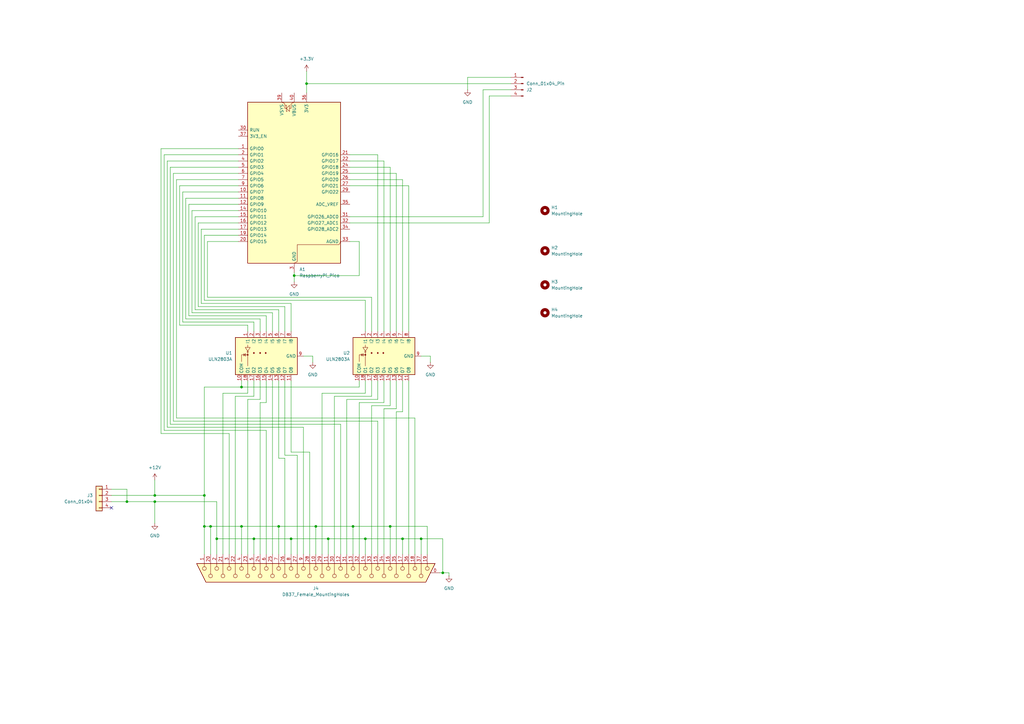
<source format=kicad_sch>
(kicad_sch (version 20250114) (generator "eeschema") (generator_version "9.0")
  (paper "A3")
  (lib_symbols
    (symbol "Connector:Conn_01x04_Pin" (pin_names (offset 1.016) (hide yes))
      (property "Reference" "J" (at 0 5.08 0))
      (property "Value" "Conn_01x04_Pin" (at 0 -7.62 0))
      (symbol "Conn_01x04_Pin_1_1"
        (rectangle (start 0.8636 2.667) (end 0 2.413) (stroke (width 0.1524)) (fill (type outline)))
        (rectangle (start 0.8636 0.127) (end 0 -0.127) (stroke (width 0.1524)) (fill (type outline)))
        (rectangle (start 0.8636 -2.413) (end 0 -2.667) (stroke (width 0.1524)) (fill (type outline)))
        (rectangle (start 0.8636 -4.953) (end 0 -5.207) (stroke (width 0.1524)) (fill (type outline)))
        (polyline (pts (xy 1.27 2.54) (xy 0.8636 2.54)) (stroke (width 0.1524)))
        (polyline (pts (xy 1.27 0) (xy 0.8636 0)) (stroke (width 0.1524)))
        (polyline (pts (xy 1.27 -2.54) (xy 0.8636 -2.54)) (stroke (width 0.1524)))
        (polyline (pts (xy 1.27 -5.08) (xy 0.8636 -5.08)) (stroke (width 0.1524)))
        (pin passive line (at 5.08 2.54 180) (length 3.81) (name "Pin_1") (number "1"))
        (pin passive line (at 5.08 0 180) (length 3.81) (name "Pin_2") (number "2"))
        (pin passive line (at 5.08 -2.54 180) (length 3.81) (name "Pin_3") (number "3"))
        (pin passive line (at 5.08 -5.08 180) (length 3.81) (name "Pin_4") (number "4"))
      )
    )
    (symbol "Connector_Generic:Conn_01x04" (pin_names (offset 1.016) (hide yes))
      (property "Reference" "J" (at 0 5.08 0))
      (property "Value" "Conn_01x04" (at 0 -7.62 0))
      (symbol "Conn_01x04_1_1"
        (rectangle (start -1.27 3.81) (end 1.27 -6.35) (stroke (width 0.254)) (fill (type background)))
        (rectangle (start -1.27 2.667) (end 0 2.413) (stroke (width 0.1524)))
        (rectangle (start -1.27 0.127) (end 0 -0.127) (stroke (width 0.1524)))
        (rectangle (start -1.27 -2.413) (end 0 -2.667) (stroke (width 0.1524)))
        (rectangle (start -1.27 -4.953) (end 0 -5.207) (stroke (width 0.1524)))
        (pin passive line (at -5.08 2.54 0) (length 3.81) (name "Pin_1") (number "1"))
        (pin passive line (at -5.08 0 0) (length 3.81) (name "Pin_2") (number "2"))
        (pin passive line (at -5.08 -2.54 0) (length 3.81) (name "Pin_3") (number "3"))
        (pin passive line (at -5.08 -5.08 0) (length 3.81) (name "Pin_4") (number "4"))
      )
    )
    (symbol "MCU_Module:RaspberryPi_Pico" (pin_names (offset 0.762))
      (property "Reference" "A" (at -19.05 35.56 0))
      (property "Value" "RaspberryPi_Pico" (at 7.62 35.56 0))
      (symbol "RaspberryPi_Pico_0_1"
        (rectangle (start -19.05 34.29) (end 19.05 -31.75) (stroke (width 0.254)) (fill (type background)))
        (polyline (pts (xy -5.08 34.29) (xy -3.81 33.655) (xy -3.81 31.75) (xy -3.175 31.75)))
        (polyline (pts (xy -3.429 32.766) (xy -3.429 33.02) (xy -3.175 33.02) (xy -3.175 30.48) (xy -2.921 30.48) (xy -2.921 30.734)))
        (polyline (pts (xy -3.175 31.75) (xy -1.905 33.02) (xy -1.905 30.48) (xy -3.175 31.75)))
        (polyline (pts (xy 0 34.29) (xy -1.27 33.655) (xy -1.27 31.75) (xy -1.905 31.75)))
        (polyline (pts (xy 0 -31.75) (xy 1.27 -31.115) (xy 1.27 -24.13) (xy 18.415 -24.13) (xy 19.05 -22.86)))
      )
      (symbol "RaspberryPi_Pico_1_1"
        (pin passive line (at -22.86 22.86 0) (length 3.81) (name "RUN") (number "30"))
        (pin passive line (at -22.86 20.32 0) (length 3.81) (name "3V3_EN") (number "37"))
        (pin bidirectional line (at -22.86 15.24 0) (length 3.81) (name "GPIO0") (number "1"))
        (pin bidirectional line (at -22.86 12.7 0) (length 3.81) (name "GPIO1") (number "2"))
        (pin bidirectional line (at -22.86 10.16 0) (length 3.81) (name "GPIO2") (number "4"))
        (pin bidirectional line (at -22.86 7.62 0) (length 3.81) (name "GPIO3") (number "5"))
        (pin bidirectional line (at -22.86 5.08 0) (length 3.81) (name "GPIO4") (number "6"))
        (pin bidirectional line (at -22.86 2.54 0) (length 3.81) (name "GPIO5") (number "7"))
        (pin bidirectional line (at -22.86 0 0) (length 3.81) (name "GPIO6") (number "9"))
        (pin bidirectional line (at -22.86 -2.54 0) (length 3.81) (name "GPIO7") (number "10"))
        (pin bidirectional line (at -22.86 -5.08 0) (length 3.81) (name "GPIO8") (number "11"))
        (pin bidirectional line (at -22.86 -7.62 0) (length 3.81) (name "GPIO9") (number "12"))
        (pin bidirectional line (at -22.86 -10.16 0) (length 3.81) (name "GPIO10") (number "14"))
        (pin bidirectional line (at -22.86 -12.7 0) (length 3.81) (name "GPIO11") (number "15"))
        (pin bidirectional line (at -22.86 -15.24 0) (length 3.81) (name "GPIO12") (number "16"))
        (pin bidirectional line (at -22.86 -17.78 0) (length 3.81) (name "GPIO13") (number "17"))
        (pin bidirectional line (at -22.86 -20.32 0) (length 3.81) (name "GPIO14") (number "19"))
        (pin bidirectional line (at -22.86 -22.86 0) (length 3.81) (name "GPIO15") (number "20"))
        (pin power_in line (at -5.08 38.1 270) (length 3.81) (name "VSYS") (number "39"))
        (pin power_out line (at 0 38.1 270) (length 3.81) (name "VBUS") (number "40"))
        (pin passive line (at 0 -35.56 90) (length 3.81) (hide yes) (name "GND") (number "13"))
        (pin passive line (at 0 -35.56 90) (length 3.81) (hide yes) (name "GND") (number "18"))
        (pin passive line (at 0 -35.56 90) (length 3.81) (hide yes) (name "GND") (number "23"))
        (pin passive line (at 0 -35.56 90) (length 3.81) (hide yes) (name "GND") (number "28"))
        (pin power_out line (at 0 -35.56 90) (length 3.81) (name "GND") (number "3"))
        (pin passive line (at 0 -35.56 90) (length 3.81) (hide yes) (name "GND") (number "38"))
        (pin passive line (at 0 -35.56 90) (length 3.81) (hide yes) (name "GND") (number "8"))
        (pin power_out line (at 5.08 38.1 270) (length 3.81) (name "3V3") (number "36"))
        (pin bidirectional line (at 22.86 12.7 180) (length 3.81) (name "GPIO16") (number "21"))
        (pin bidirectional line (at 22.86 10.16 180) (length 3.81) (name "GPIO17") (number "22"))
        (pin bidirectional line (at 22.86 7.62 180) (length 3.81) (name "GPIO18") (number "24"))
        (pin bidirectional line (at 22.86 5.08 180) (length 3.81) (name "GPIO19") (number "25"))
        (pin bidirectional line (at 22.86 2.54 180) (length 3.81) (name "GPIO20") (number "26"))
        (pin bidirectional line (at 22.86 0 180) (length 3.81) (name "GPIO21") (number "27"))
        (pin bidirectional line (at 22.86 -2.54 180) (length 3.81) (name "GPIO22") (number "29"))
        (pin power_in line (at 22.86 -7.62 180) (length 3.81) (name "ADC_VREF") (number "35"))
        (pin bidirectional line (at 22.86 -12.7 180) (length 3.81) (name "GPIO26_ADC0") (number "31"))
        (pin bidirectional line (at 22.86 -15.24 180) (length 3.81) (name "GPIO27_ADC1") (number "32"))
        (pin bidirectional line (at 22.86 -17.78 180) (length 3.81) (name "GPIO28_ADC2") (number "34"))
        (pin power_out line (at 22.86 -22.86 180) (length 3.81) (name "AGND") (number "33"))
      )
    )
    (symbol "Mechanical:MountingHole" (pin_names (offset 1.016)) (in_bom no)
      (property "Reference" "H" (at 0 5.08 0))
      (property "Value" "MountingHole" (at 0 3.175 0))
      (symbol "MountingHole_0_1"
        (circle (center 0 0) (radius 1.27) (stroke (width 1.27)))
      )
    )
    (symbol "Transistor_Array:ULN2803A"
      (property "Reference" "U" (at 0 13.335 0))
      (property "Value" "ULN2803A" (at 0 11.43 0))
      (symbol "ULN2803A_0_1"
        (rectangle (start -7.62 -15.24) (end 7.62 10.16) (stroke (width 0.254)) (fill (type background)))
        (polyline (pts (xy -4.572 5.08) (xy -3.556 5.08)))
        (polyline (pts (xy -3.556 6.096) (xy -3.556 4.064) (xy -2.032 5.08) (xy -3.556 6.096)))
        (circle (center -1.778 5.08) (radius 0.254))
        (polyline (pts (xy -1.524 5.08) (xy 4.064 5.08)))
        (circle (center -1.27 2.54) (radius 0.254) (fill (type outline)))
        (circle (center -1.27 0) (radius 0.254) (fill (type outline)))
        (circle (center -1.27 -2.286) (radius 0.254) (fill (type outline)))
        (circle (center -0.508 5.08) (radius 0.254) (fill (type outline)))
        (polyline (pts (xy -0.508 5.08) (xy -0.508 7.62) (xy 2.286 7.62)))
        (polyline (pts (xy 0 6.731) (xy -1.016 6.731)))
        (polyline (pts (xy 0 5.969) (xy -1.016 5.969) (xy -0.508 6.731) (xy 0 5.969)))
      )
      (symbol "ULN2803A_1_1"
        (pin input line (at -10.16 5.08 0) (length 2.54) (name "I1") (number "1"))
        (pin input line (at -10.16 2.54 0) (length 2.54) (name "I2") (number "2"))
        (pin input line (at -10.16 0 0) (length 2.54) (name "I3") (number "3"))
        (pin input line (at -10.16 -2.54 0) (length 2.54) (name "I4") (number "4"))
        (pin input line (at -10.16 -5.08 0) (length 2.54) (name "I5") (number "5"))
        (pin input line (at -10.16 -7.62 0) (length 2.54) (name "I6") (number "6"))
        (pin input line (at -10.16 -10.16 0) (length 2.54) (name "I7") (number "7"))
        (pin input line (at -10.16 -12.7 0) (length 2.54) (name "I8") (number "8"))
        (pin power_in line (at 0 -17.78 90) (length 2.54) (name "GND") (number "9"))
        (pin passive line (at 10.16 7.62 180) (length 2.54) (name "COM") (number "10"))
        (pin open_collector line (at 10.16 5.08 180) (length 2.54) (name "O1") (number "18"))
        (pin open_collector line (at 10.16 2.54 180) (length 2.54) (name "O2") (number "17"))
        (pin open_collector line (at 10.16 0 180) (length 2.54) (name "O3") (number "16"))
        (pin open_collector line (at 10.16 -2.54 180) (length 2.54) (name "O4") (number "15"))
        (pin open_collector line (at 10.16 -5.08 180) (length 2.54) (name "O5") (number "14"))
        (pin open_collector line (at 10.16 -7.62 180) (length 2.54) (name "O6") (number "13"))
        (pin open_collector line (at 10.16 -10.16 180) (length 2.54) (name "O7") (number "12"))
        (pin open_collector line (at 10.16 -12.7 180) (length 2.54) (name "O8") (number "11"))
      )
    )
    (symbol "connectors:DB37_Female_MountingHoles" (pin_names (offset 1.016) (hide yes))
      (property "Reference" "J" (at 0 52.07 0))
      (property "Value" "DB37_Female_MountingHoles" (at 0 50.165 0))
      (symbol "DB37_Female_MountingHoles_0_1"
        (polyline (pts (xy -3.81 45.72) (xy -2.54 45.72)))
        (polyline (pts (xy -3.81 43.18) (xy 0.508 43.18)))
        (polyline (pts (xy -3.81 40.64) (xy -2.54 40.64)))
        (polyline (pts (xy -3.81 38.1) (xy 0.508 38.1)))
        (polyline (pts (xy -3.81 35.56) (xy -2.54 35.56)))
        (polyline (pts (xy -3.81 33.02) (xy 0.508 33.02)))
        (polyline (pts (xy -3.81 30.48) (xy -2.54 30.48)))
        (polyline (pts (xy -3.81 27.94) (xy 0.508 27.94)))
        (polyline (pts (xy -3.81 25.4) (xy -2.54 25.4)))
        (polyline (pts (xy -3.81 22.86) (xy 0.508 22.86)))
        (polyline (pts (xy -3.81 20.32) (xy -2.54 20.32)))
        (polyline (pts (xy -3.81 17.78) (xy 0.508 17.78)))
        (polyline (pts (xy -3.81 15.24) (xy -2.54 15.24)))
        (polyline (pts (xy -3.81 12.7) (xy 0.508 12.7)))
        (polyline (pts (xy -3.81 10.16) (xy -2.54 10.16)))
        (polyline (pts (xy -3.81 7.62) (xy 0.508 7.62)))
        (polyline (pts (xy -3.81 5.08) (xy -2.54 5.08)))
        (polyline (pts (xy -3.81 2.54) (xy 0.508 2.54)))
        (polyline (pts (xy -3.81 0) (xy -2.54 0)))
        (polyline (pts (xy -3.81 -2.54) (xy 0.508 -2.54)))
        (polyline (pts (xy -3.81 -5.08) (xy -2.54 -5.08)))
        (polyline (pts (xy -3.81 -7.62) (xy 0.508 -7.62)))
        (polyline (pts (xy -3.81 -10.16) (xy -2.54 -10.16)))
        (polyline (pts (xy -3.81 -12.7) (xy 0.508 -12.7)))
        (polyline (pts (xy -3.81 -15.24) (xy -2.54 -15.24)))
        (polyline (pts (xy -3.81 -17.78) (xy 0.508 -17.78)))
        (polyline (pts (xy -3.81 -20.32) (xy -2.54 -20.32)))
        (polyline (pts (xy -3.81 -22.86) (xy 0.508 -22.86)))
        (polyline (pts (xy -3.81 -25.4) (xy -2.54 -25.4)))
        (polyline (pts (xy -3.81 -27.94) (xy 0.508 -27.94)))
        (polyline (pts (xy -3.81 -30.48) (xy -2.54 -30.48)))
        (polyline (pts (xy -3.81 -33.02) (xy 0.508 -33.02)))
        (polyline (pts (xy -3.81 -35.56) (xy -2.54 -35.56)))
        (polyline (pts (xy -3.81 -38.1) (xy 0.508 -38.1)))
        (polyline (pts (xy -3.81 -40.64) (xy -2.54 -40.64)))
        (polyline (pts (xy -3.81 -43.18) (xy 0.508 -43.18)))
        (polyline (pts (xy -3.81 -45.72) (xy -2.54 -45.72)))
        (polyline (pts (xy -3.81 -48.895) (xy 3.81 -45.085) (xy 3.81 45.085) (xy -3.81 48.895) (xy -3.81 -48.895)) (stroke (width 0.254)) (fill (type background)))
        (circle (center -1.778 45.72) (radius 0.762))
        (circle (center -1.778 40.64) (radius 0.762))
        (circle (center -1.778 35.56) (radius 0.762))
        (circle (center -1.778 30.48) (radius 0.762))
        (circle (center -1.778 25.4) (radius 0.762))
        (circle (center -1.778 20.32) (radius 0.762))
        (circle (center -1.778 15.24) (radius 0.762))
        (circle (center -1.778 10.16) (radius 0.762))
        (circle (center -1.778 5.08) (radius 0.762))
        (circle (center -1.778 0) (radius 0.762))
        (circle (center -1.778 -5.08) (radius 0.762))
        (circle (center -1.778 -10.16) (radius 0.762))
        (circle (center -1.778 -15.24) (radius 0.762))
        (circle (center -1.778 -20.32) (radius 0.762))
        (circle (center -1.778 -25.4) (radius 0.762))
        (circle (center -1.778 -30.48) (radius 0.762))
        (circle (center -1.778 -35.56) (radius 0.762))
        (circle (center -1.778 -40.64) (radius 0.762))
        (circle (center -1.778 -45.72) (radius 0.762))
        (circle (center 1.27 43.18) (radius 0.762))
        (circle (center 1.27 38.1) (radius 0.762))
        (circle (center 1.27 33.02) (radius 0.762))
        (circle (center 1.27 27.94) (radius 0.762))
        (circle (center 1.27 22.86) (radius 0.762))
        (circle (center 1.27 17.78) (radius 0.762))
        (circle (center 1.27 12.7) (radius 0.762))
        (circle (center 1.27 7.62) (radius 0.762))
        (circle (center 1.27 2.54) (radius 0.762))
        (circle (center 1.27 -2.54) (radius 0.762))
        (circle (center 1.27 -7.62) (radius 0.762))
        (circle (center 1.27 -12.7) (radius 0.762))
        (circle (center 1.27 -17.78) (radius 0.762))
        (circle (center 1.27 -22.86) (radius 0.762))
        (circle (center 1.27 -27.94) (radius 0.762))
        (circle (center 1.27 -33.02) (radius 0.762))
        (circle (center 1.27 -38.1) (radius 0.762))
        (circle (center 1.27 -43.18) (radius 0.762))
      )
      (symbol "DB37_Female_MountingHoles_1_1"
        (pin passive line (at -7.62 45.72 0) (length 3.81) (name "1") (number "1"))
        (pin passive line (at -7.62 43.18 0) (length 3.81) (name "20") (number "20"))
        (pin passive line (at -7.62 40.64 0) (length 3.81) (name "2") (number "2"))
        (pin passive line (at -7.62 38.1 0) (length 3.81) (name "21") (number "21"))
        (pin passive line (at -7.62 35.56 0) (length 3.81) (name "3") (number "3"))
        (pin passive line (at -7.62 33.02 0) (length 3.81) (name "22") (number "22"))
        (pin passive line (at -7.62 30.48 0) (length 3.81) (name "4") (number "4"))
        (pin passive line (at -7.62 27.94 0) (length 3.81) (name "23") (number "23"))
        (pin passive line (at -7.62 25.4 0) (length 3.81) (name "5") (number "5"))
        (pin passive line (at -7.62 22.86 0) (length 3.81) (name "24") (number "24"))
        (pin passive line (at -7.62 20.32 0) (length 3.81) (name "6") (number "6"))
        (pin passive line (at -7.62 17.78 0) (length 3.81) (name "25") (number "25"))
        (pin passive line (at -7.62 15.24 0) (length 3.81) (name "7") (number "7"))
        (pin passive line (at -7.62 12.7 0) (length 3.81) (name "26") (number "26"))
        (pin passive line (at -7.62 10.16 0) (length 3.81) (name "8") (number "8"))
        (pin passive line (at -7.62 7.62 0) (length 3.81) (name "27") (number "27"))
        (pin passive line (at -7.62 5.08 0) (length 3.81) (name "9") (number "9"))
        (pin passive line (at -7.62 2.54 0) (length 3.81) (name "28") (number "28"))
        (pin passive line (at -7.62 0 0) (length 3.81) (name "10") (number "10"))
        (pin passive line (at -7.62 -2.54 0) (length 3.81) (name "29") (number "29"))
        (pin passive line (at -7.62 -5.08 0) (length 3.81) (name "11") (number "11"))
        (pin passive line (at -7.62 -7.62 0) (length 3.81) (name "30") (number "30"))
        (pin passive line (at -7.62 -10.16 0) (length 3.81) (name "12") (number "12"))
        (pin passive line (at -7.62 -12.7 0) (length 3.81) (name "31") (number "31"))
        (pin passive line (at -7.62 -15.24 0) (length 3.81) (name "13") (number "13"))
        (pin passive line (at -7.62 -17.78 0) (length 3.81) (name "32") (number "32"))
        (pin passive line (at -7.62 -20.32 0) (length 3.81) (name "14") (number "14"))
        (pin passive line (at -7.62 -22.86 0) (length 3.81) (name "33") (number "33"))
        (pin passive line (at -7.62 -25.4 0) (length 3.81) (name "15") (number "15"))
        (pin passive line (at -7.62 -27.94 0) (length 3.81) (name "34") (number "34"))
        (pin passive line (at -7.62 -30.48 0) (length 3.81) (name "16") (number "16"))
        (pin passive line (at -7.62 -33.02 0) (length 3.81) (name "35") (number "35"))
        (pin passive line (at -7.62 -35.56 0) (length 3.81) (name "17") (number "17"))
        (pin passive line (at -7.62 -38.1 0) (length 3.81) (name "36") (number "36"))
        (pin passive line (at -7.62 -40.64 0) (length 3.81) (name "18") (number "18"))
        (pin passive line (at -7.62 -43.18 0) (length 3.81) (name "37") (number "37"))
        (pin passive line (at -7.62 -45.72 0) (length 3.81) (name "19") (number "19"))
        (pin passive line (at 0 -50.8 90) (length 3.81) (name "PAD") (number "0"))
      )
    )
    (symbol "power:+12V" (power) (pin_numbers (hide yes)) (pin_names (offset 0) (hide yes))
      (property "Value" "+12V" (at 0 3.556 0))
      (symbol "+12V_0_1"
        (polyline (pts (xy -0.762 1.27) (xy 0 2.54)))
        (polyline (pts (xy 0 2.54) (xy 0.762 1.27)))
        (polyline (pts (xy 0 0) (xy 0 2.54)))
      )
      (symbol "+12V_1_1"
        (pin power_in line (at 0 0 90) (length 0) (name "~") (number "1"))
      )
    )
    (symbol "power:+3.3V" (power) (pin_numbers (hide yes)) (pin_names (offset 0) (hide yes))
      (property "Value" "+3.3V" (at 0 3.556 0))
      (symbol "+3.3V_0_1"
        (polyline (pts (xy -0.762 1.27) (xy 0 2.54)))
        (polyline (pts (xy 0 2.54) (xy 0.762 1.27)))
        (polyline (pts (xy 0 0) (xy 0 2.54)))
      )
      (symbol "+3.3V_1_1"
        (pin power_in line (at 0 0 90) (length 0) (name "~") (number "1"))
      )
    )
    (symbol "power:GND" (power) (pin_numbers (hide yes)) (pin_names (offset 0) (hide yes))
      (property "Value" "GND" (at 0 -3.81 0))
      (symbol "GND_0_1"
        (polyline (pts (xy 0 0) (xy 0 -1.27) (xy 1.27 -1.27) (xy 0 -2.54) (xy -1.27 -1.27) (xy 0 -1.27)))
      )
      (symbol "GND_1_1"
        (pin power_in line (at 0 0 270) (length 0) (name "~") (number "1"))
      )
    )
  )
  (junction (at 88.9 220.98))
  (junction (at 114.3 215.9))
  (junction (at 134.62 220.98))
  (junction (at 160.02 215.9))
  (junction (at 144.78 215.9))
  (junction (at 129.54 215.9))
  (junction (at 119.38 220.98))
  (junction (at 165.1 220.98))
  (junction (at 86.36 215.9))
  (junction (at 83.82 203.2))
  (junction (at 120.65 113.03))
  (junction (at 63.5 205.74))
  (junction (at 99.06 158.75))
  (junction (at 83.82 215.9))
  (junction (at 125.73 34.29))
  (junction (at 99.06 215.9))
  (junction (at 172.72 220.98))
  (junction (at 52.07 205.74))
  (junction (at 104.14 220.98))
  (junction (at 63.5 203.2))
  (junction (at 149.86 220.98))
  (junction (at 181.61 234.95))
  (no_connect (at 45.72 208.28))
  (wire (pts (xy 142.24 163.83) (xy 142.24 227.33)))
  (wire (pts (xy 83.82 96.52) (xy 83.82 123.19)))
  (wire (pts (xy 111.76 128.27) (xy 111.76 135.89)))
  (wire (pts (xy 143.51 76.2) (xy 167.64 76.2)))
  (wire (pts (xy 80.01 88.9) (xy 80.01 127)))
  (wire (pts (xy 101.6 133.35) (xy 101.6 135.89)))
  (wire (pts (xy 157.48 167.64) (xy 157.48 227.33)))
  (wire (pts (xy 162.56 156.21) (xy 162.56 167.64)))
  (wire (pts (xy 143.51 71.12) (xy 162.56 71.12)))
  (wire (pts (xy 125.73 34.29) (xy 209.55 34.29)))
  (wire (pts (xy 97.79 76.2) (xy 73.66 76.2)))
  (wire (pts (xy 143.51 66.04) (xy 157.48 66.04)))
  (wire (pts (xy 106.68 165.1) (xy 106.68 227.33)))
  (wire (pts (xy 74.93 78.74) (xy 74.93 132.08)))
  (wire (pts (xy 96.52 162.56) (xy 96.52 227.33)))
  (wire (pts (xy 172.72 220.98) (xy 172.72 227.33)))
  (wire (pts (xy 143.51 99.06) (xy 147.32 99.06)))
  (wire (pts (xy 147.32 113.03) (xy 120.65 113.03)))
  (wire (pts (xy 165.1 156.21) (xy 165.1 168.91)))
  (wire (pts (xy 106.68 163.83) (xy 101.6 163.83)))
  (wire (pts (xy 134.62 227.33) (xy 134.62 220.98)))
  (wire (pts (xy 200.66 39.37) (xy 209.55 39.37)))
  (wire (pts (xy 52.07 200.66) (xy 52.07 205.74)))
  (wire (pts (xy 172.72 146.05) (xy 176.53 146.05)))
  (wire (pts (xy 68.58 66.04) (xy 68.58 175.26)))
  (wire (pts (xy 104.14 227.33) (xy 104.14 220.98)))
  (wire (pts (xy 83.82 123.19) (xy 149.86 123.19)))
  (wire (pts (xy 68.58 175.26) (xy 124.46 175.26)))
  (wire (pts (xy 134.62 220.98) (xy 119.38 220.98)))
  (wire (pts (xy 68.58 66.04) (xy 97.79 66.04)))
  (wire (pts (xy 106.68 156.21) (xy 106.68 163.83)))
  (wire (pts (xy 116.84 227.33) (xy 116.84 187.96)))
  (wire (pts (xy 119.38 220.98) (xy 104.14 220.98)))
  (wire (pts (xy 69.85 68.58) (xy 69.85 173.99)))
  (wire (pts (xy 109.22 176.53) (xy 109.22 227.33)))
  (wire (pts (xy 106.68 130.81) (xy 106.68 135.89)))
  (wire (pts (xy 71.12 172.72) (xy 154.94 172.72)))
  (wire (pts (xy 97.79 99.06) (xy 85.09 99.06)))
  (wire (pts (xy 77.47 129.54) (xy 109.22 129.54)))
  (wire (pts (xy 85.09 99.06) (xy 85.09 121.92)))
  (wire (pts (xy 127 185.42) (xy 127 227.33)))
  (wire (pts (xy 125.73 34.29) (xy 125.73 38.1)))
  (wire (pts (xy 93.98 177.8) (xy 93.98 227.33)))
  (wire (pts (xy 157.48 156.21) (xy 157.48 165.1)))
  (wire (pts (xy 73.66 76.2) (xy 73.66 133.35)))
  (wire (pts (xy 76.2 81.28) (xy 76.2 130.81)))
  (wire (pts (xy 152.4 166.37) (xy 152.4 227.33)))
  (wire (pts (xy 78.74 128.27) (xy 111.76 128.27)))
  (wire (pts (xy 83.82 215.9) (xy 86.36 215.9)))
  (wire (pts (xy 69.85 173.99) (xy 139.7 173.99)))
  (wire (pts (xy 143.51 88.9) (xy 198.12 88.9)))
  (wire (pts (xy 147.32 156.21) (xy 147.32 158.75)))
  (wire (pts (xy 181.61 220.98) (xy 172.72 220.98)))
  (wire (pts (xy 175.26 227.33) (xy 175.26 215.9)))
  (wire (pts (xy 97.79 83.82) (xy 77.47 83.82)))
  (wire (pts (xy 67.31 176.53) (xy 109.22 176.53)))
  (wire (pts (xy 147.32 165.1) (xy 147.32 227.33)))
  (wire (pts (xy 104.14 156.21) (xy 104.14 162.56)))
  (wire (pts (xy 149.86 161.29) (xy 132.08 161.29)))
  (wire (pts (xy 149.86 220.98) (xy 134.62 220.98)))
  (wire (pts (xy 181.61 220.98) (xy 181.61 234.95)))
  (wire (pts (xy 198.12 88.9) (xy 198.12 36.83)))
  (wire (pts (xy 52.07 205.74) (xy 63.5 205.74)))
  (wire (pts (xy 45.72 200.66) (xy 52.07 200.66)))
  (wire (pts (xy 144.78 215.9) (xy 129.54 215.9)))
  (wire (pts (xy 97.79 81.28) (xy 76.2 81.28)))
  (wire (pts (xy 69.85 68.58) (xy 97.79 68.58)))
  (wire (pts (xy 143.51 73.66) (xy 165.1 73.66)))
  (wire (pts (xy 162.56 168.91) (xy 162.56 227.33)))
  (wire (pts (xy 77.47 83.82) (xy 77.47 129.54)))
  (wire (pts (xy 119.38 156.21) (xy 119.38 185.42)))
  (wire (pts (xy 66.04 177.8) (xy 93.98 177.8)))
  (wire (pts (xy 165.1 227.33) (xy 165.1 220.98)))
  (wire (pts (xy 63.5 203.2) (xy 63.5 196.85)))
  (wire (pts (xy 191.77 31.75) (xy 191.77 36.83)))
  (wire (pts (xy 97.79 96.52) (xy 83.82 96.52)))
  (wire (pts (xy 160.02 156.21) (xy 160.02 166.37)))
  (wire (pts (xy 120.65 111.76) (xy 120.65 113.03)))
  (wire (pts (xy 160.02 215.9) (xy 144.78 215.9)))
  (wire (pts (xy 99.06 158.75) (xy 83.82 158.75)))
  (wire (pts (xy 157.48 165.1) (xy 147.32 165.1)))
  (wire (pts (xy 81.28 125.73) (xy 116.84 125.73)))
  (wire (pts (xy 184.15 236.22) (xy 184.15 234.95)))
  (wire (pts (xy 71.12 71.12) (xy 71.12 172.72)))
  (wire (pts (xy 198.12 36.83) (xy 209.55 36.83)))
  (wire (pts (xy 167.64 76.2) (xy 167.64 135.89)))
  (wire (pts (xy 180.34 234.95) (xy 181.61 234.95)))
  (wire (pts (xy 116.84 156.21) (xy 116.84 186.69)))
  (wire (pts (xy 82.55 93.98) (xy 82.55 124.46)))
  (wire (pts (xy 88.9 220.98) (xy 88.9 205.74)))
  (wire (pts (xy 154.94 172.72) (xy 154.94 227.33)))
  (wire (pts (xy 71.12 71.12) (xy 97.79 71.12)))
  (wire (pts (xy 99.06 156.21) (xy 99.06 158.75)))
  (wire (pts (xy 104.14 220.98) (xy 88.9 220.98)))
  (wire (pts (xy 170.18 171.45) (xy 170.18 227.33)))
  (wire (pts (xy 83.82 158.75) (xy 83.82 203.2)))
  (wire (pts (xy 66.04 60.96) (xy 66.04 177.8)))
  (wire (pts (xy 160.02 227.33) (xy 160.02 215.9)))
  (wire (pts (xy 129.54 215.9) (xy 114.3 215.9)))
  (wire (pts (xy 144.78 227.33) (xy 144.78 215.9)))
  (wire (pts (xy 101.6 156.21) (xy 101.6 161.29)))
  (wire (pts (xy 114.3 187.96) (xy 116.84 187.96)))
  (wire (pts (xy 184.15 234.95) (xy 181.61 234.95)))
  (wire (pts (xy 119.38 124.46) (xy 119.38 135.89)))
  (wire (pts (xy 139.7 173.99) (xy 139.7 227.33)))
  (wire (pts (xy 109.22 165.1) (xy 106.68 165.1)))
  (wire (pts (xy 200.66 91.44) (xy 200.66 39.37)))
  (wire (pts (xy 66.04 60.96) (xy 97.79 60.96)))
  (wire (pts (xy 147.32 158.75) (xy 99.06 158.75)))
  (wire (pts (xy 45.72 203.2) (xy 63.5 203.2)))
  (wire (pts (xy 80.01 127) (xy 114.3 127)))
  (wire (pts (xy 121.92 186.69) (xy 121.92 227.33)))
  (wire (pts (xy 170.18 171.45) (xy 72.39 171.45)))
  (wire (pts (xy 125.73 29.21) (xy 125.73 34.29)))
  (wire (pts (xy 97.79 88.9) (xy 80.01 88.9)))
  (wire (pts (xy 97.79 78.74) (xy 74.93 78.74)))
  (wire (pts (xy 72.39 171.45) (xy 72.39 73.66)))
  (wire (pts (xy 160.02 68.58) (xy 160.02 135.89)))
  (wire (pts (xy 149.86 227.33) (xy 149.86 220.98)))
  (wire (pts (xy 116.84 125.73) (xy 116.84 135.89)))
  (wire (pts (xy 176.53 146.05) (xy 176.53 148.59)))
  (wire (pts (xy 83.82 203.2) (xy 83.82 215.9)))
  (wire (pts (xy 109.22 156.21) (xy 109.22 165.1)))
  (wire (pts (xy 152.4 156.21) (xy 152.4 162.56)))
  (wire (pts (xy 165.1 220.98) (xy 172.72 220.98)))
  (wire (pts (xy 99.06 227.33) (xy 99.06 215.9)))
  (wire (pts (xy 85.09 121.92) (xy 152.4 121.92)))
  (wire (pts (xy 143.51 68.58) (xy 160.02 68.58)))
  (wire (pts (xy 82.55 124.46) (xy 119.38 124.46)))
  (wire (pts (xy 81.28 91.44) (xy 81.28 125.73)))
  (wire (pts (xy 132.08 161.29) (xy 132.08 227.33)))
  (wire (pts (xy 78.74 86.36) (xy 78.74 128.27)))
  (wire (pts (xy 97.79 91.44) (xy 81.28 91.44)))
  (wire (pts (xy 128.27 146.05) (xy 128.27 148.59)))
  (wire (pts (xy 97.79 93.98) (xy 82.55 93.98)))
  (wire (pts (xy 86.36 215.9) (xy 99.06 215.9)))
  (wire (pts (xy 114.3 227.33) (xy 114.3 215.9)))
  (wire (pts (xy 114.3 156.21) (xy 114.3 187.96)))
  (wire (pts (xy 154.94 63.5) (xy 154.94 135.89)))
  (wire (pts (xy 45.72 205.74) (xy 52.07 205.74)))
  (wire (pts (xy 119.38 227.33) (xy 119.38 220.98)))
  (wire (pts (xy 154.94 163.83) (xy 142.24 163.83)))
  (wire (pts (xy 137.16 162.56) (xy 137.16 227.33)))
  (wire (pts (xy 160.02 166.37) (xy 152.4 166.37)))
  (wire (pts (xy 175.26 215.9) (xy 160.02 215.9)))
  (wire (pts (xy 114.3 215.9) (xy 99.06 215.9)))
  (wire (pts (xy 83.82 203.2) (xy 63.5 203.2)))
  (wire (pts (xy 88.9 205.74) (xy 63.5 205.74)))
  (wire (pts (xy 104.14 162.56) (xy 96.52 162.56)))
  (wire (pts (xy 63.5 205.74) (xy 63.5 214.63)))
  (wire (pts (xy 165.1 168.91) (xy 162.56 168.91)))
  (wire (pts (xy 149.86 123.19) (xy 149.86 135.89)))
  (wire (pts (xy 116.84 186.69) (xy 121.92 186.69)))
  (wire (pts (xy 86.36 227.33) (xy 86.36 215.9)))
  (wire (pts (xy 74.93 132.08) (xy 104.14 132.08)))
  (wire (pts (xy 76.2 130.81) (xy 106.68 130.81)))
  (wire (pts (xy 154.94 156.21) (xy 154.94 163.83)))
  (wire (pts (xy 157.48 66.04) (xy 157.48 135.89)))
  (wire (pts (xy 119.38 185.42) (xy 127 185.42)))
  (wire (pts (xy 67.31 63.5) (xy 67.31 176.53)))
  (wire (pts (xy 147.32 99.06) (xy 147.32 113.03)))
  (wire (pts (xy 97.79 63.5) (xy 67.31 63.5)))
  (wire (pts (xy 88.9 227.33) (xy 88.9 220.98)))
  (wire (pts (xy 165.1 220.98) (xy 149.86 220.98)))
  (wire (pts (xy 83.82 227.33) (xy 83.82 215.9)))
  (wire (pts (xy 114.3 127) (xy 114.3 135.89)))
  (wire (pts (xy 111.76 156.21) (xy 111.76 227.33)))
  (wire (pts (xy 120.65 113.03) (xy 120.65 115.57)))
  (wire (pts (xy 162.56 167.64) (xy 157.48 167.64)))
  (wire (pts (xy 104.14 132.08) (xy 104.14 135.89)))
  (wire (pts (xy 191.77 31.75) (xy 209.55 31.75)))
  (wire (pts (xy 165.1 73.66) (xy 165.1 135.89)))
  (wire (pts (xy 124.46 175.26) (xy 124.46 227.33)))
  (wire (pts (xy 101.6 163.83) (xy 101.6 227.33)))
  (wire (pts (xy 167.64 156.21) (xy 167.64 227.33)))
  (wire (pts (xy 149.86 156.21) (xy 149.86 161.29)))
  (wire (pts (xy 162.56 71.12) (xy 162.56 135.89)))
  (wire (pts (xy 152.4 121.92) (xy 152.4 135.89)))
  (wire (pts (xy 91.44 161.29) (xy 91.44 227.33)))
  (wire (pts (xy 97.79 86.36) (xy 78.74 86.36)))
  (wire (pts (xy 143.51 63.5) (xy 154.94 63.5)))
  (wire (pts (xy 124.46 146.05) (xy 128.27 146.05)))
  (wire (pts (xy 109.22 129.54) (xy 109.22 135.89)))
  (wire (pts (xy 73.66 133.35) (xy 101.6 133.35)))
  (wire (pts (xy 101.6 161.29) (xy 91.44 161.29)))
  (wire (pts (xy 129.54 227.33) (xy 129.54 215.9)))
  (wire (pts (xy 143.51 91.44) (xy 200.66 91.44)))
  (wire (pts (xy 72.39 73.66) (xy 97.79 73.66)))
  (wire (pts (xy 152.4 162.56) (xy 137.16 162.56)))
  (symbol (lib_id "power:GND") (at 63.5 214.63 0) (mirror y) (unit 1)
    (property "Reference" "#PWR04" (effects (hide yes)))
    (property "Value" "GND" (at 63.5 219.71 0))
    (property "Description" "Power symbol creates a global label with name \"GND\" , ground" (effects (hide yes)))
  )
  (symbol (lib_id "power:+3.3V") (at 125.73 29.21 0) (unit 1)
    (property "Reference" "#PWR01" (effects (hide yes)))
    (property "Value" "+3.3V" (at 125.73 24.13 0))
    (property "Description" "Power symbol creates a global label with name \"+3.3V\"" (effects (hide yes)))
  )
  (symbol (lib_id "Transistor_Array:ULN2803A") (at 106.68 146.05 90) (mirror x) (unit 1)
    (property "Reference" "U1" (at 95.25 144.7799 90) (effects (justify left)))
    (property "Value" "ULN2803A" (at 95.25 147.3199 90) (effects (justify left)))
    (property "Footprint" "Package_SO:SOIC-18W_7.5x11.6mm_P1.27mm" (effects (hide yes)))
    (property "Datasheet" "http://www.ti.com/lit/ds/symlink/uln2803a.pdf" (effects (hide yes)))
    (property "Description" "Darlington Transistor Arrays, SOIC18/DIP18" (effects (hide yes)))
  )
  (symbol (lib_id "Transistor_Array:ULN2803A") (at 154.94 146.05 90) (mirror x) (unit 1)
    (property "Reference" "U2" (at 143.51 144.7799 90) (effects (justify left)))
    (property "Value" "ULN2803A" (at 143.51 147.3199 90) (effects (justify left)))
    (property "Footprint" "Package_SO:SOIC-18W_7.5x11.6mm_P1.27mm" (effects (hide yes)))
    (property "Datasheet" "http://www.ti.com/lit/ds/symlink/uln2803a.pdf" (effects (hide yes)))
    (property "Description" "Darlington Transistor Arrays, SOIC18/DIP18" (effects (hide yes)))
  )
  (symbol (lib_id "power:GND") (at 191.77 36.83 0) (unit 1)
    (property "Reference" "#PWR02" (effects (hide yes)))
    (property "Value" "GND" (at 191.77 41.91 0))
    (property "Description" "Power symbol creates a global label with name \"GND\" , ground" (effects (hide yes)))
  )
  (symbol (lib_id "connectors:DB37_Female_MountingHoles") (at 129.54 234.95 90) (mirror x) (unit 1)
    (property "Reference" "J4" (at 129.54 241.3 90))
    (property "Value" "DB37_Female_MountingHoles" (at 129.54 243.84 90))
    (property "Footprint" "connectors:DSUB-37_Female_Horizontal_P2.77x2.84mm_EdgePinOffset4.94mm_Housed_MountingHolesOffset7.48mm" (effects (hide yes)))
    (property "Description" "37-pin female D-SUB connector, Mounting Hole" (effects (hide yes)))
  )
  (symbol (lib_id "power:GND") (at 176.53 148.59 0) (unit 1)
    (property "Reference" "#PWR05" (effects (hide yes)))
    (property "Value" "GND" (at 176.53 153.67 0))
    (property "Description" "Power symbol creates a global label with name \"GND\" , ground" (effects (hide yes)))
  )
  (symbol (lib_id "Connector_Generic:Conn_01x04") (at 40.64 203.2 0) (mirror y) (unit 1)
    (property "Reference" "J3" (at 38.1 203.1999 0) (effects (justify left)))
    (property "Value" "Conn_01x04" (at 38.1 205.7399 0) (effects (justify left)))
    (property "Footprint" "Connector_Molex:Molex_Mini-Fit_Jr_5566-04A_2x02_P4.20mm_Vertical" (effects (hide yes)))
    (property "Description" "Generic connector, single row, 01x04, script generated (kicad-library-utils/schlib/autogen/connector/)" (effects (hide yes)))
  )
  (symbol (lib_id "Mechanical:MountingHole") (at 223.52 102.87 0) (unit 1) (in_bom no)
    (property "Reference" "H2" (at 226.06 101.5999 0) (effects (justify left)))
    (property "Value" "MountingHole" (at 226.06 104.1399 0) (effects (justify left)))
    (property "Footprint" "MountingHole:MountingHole_3.2mm_M3" (effects (hide yes)))
    (property "Description" "Mounting Hole without connection" (effects (hide yes)))
  )
  (symbol (lib_id "Mechanical:MountingHole") (at 223.52 86.36 0) (unit 1) (in_bom no)
    (property "Reference" "H1" (at 226.06 85.0899 0) (effects (justify left)))
    (property "Value" "MountingHole" (at 226.06 87.6299 0) (effects (justify left)))
    (property "Footprint" "MountingHole:MountingHole_3.2mm_M3" (effects (hide yes)))
    (property "Description" "Mounting Hole without connection" (effects (hide yes)))
  )
  (symbol (lib_id "power:+12V") (at 63.5 196.85 0) (mirror y) (unit 1)
    (property "Reference" "#PWR03" (effects (hide yes)))
    (property "Value" "+12V" (at 63.5 191.77 0))
    (property "Description" "Power symbol creates a global label with name \"+12V\"" (effects (hide yes)))
  )
  (symbol (lib_id "Connector:Conn_01x04_Pin") (at 214.63 34.29 0) (mirror y) (unit 1)
    (property "Reference" "J2" (at 215.9 36.8301 0) (effects (justify right)))
    (property "Value" "Conn_01x04_Pin" (at 215.9 34.2901 0) (effects (justify right)))
    (property "Footprint" "Connector_JST:JST_PH_B4B-PH-K_1x04_P2.00mm_Vertical" (effects (hide yes)))
    (property "Description" "Generic connector, single row, 01x04, script generated" (effects (hide yes)))
  )
  (symbol (lib_id "MCU_Module:RaspberryPi_Pico") (at 120.65 76.2 0) (unit 1)
    (property "Reference" "A1" (at 122.7933 110.49 0) (effects (justify left)))
    (property "Value" "RaspberryPi_Pico" (at 122.7933 113.03 0) (effects (justify left)))
    (property "Footprint" "Module:RaspberryPi_Pico_Common_Unspecified" (effects (hide yes)))
    (property "Datasheet" "https://datasheets.raspberrypi.com/pico/pico-datasheet.pdf" (effects (hide yes)))
    (property "Description" "Versatile and inexpensive microcontroller module powered by RP2040 dual-core Arm Cortex-M0+ processor up to 133 MHz, 264kB SRAM, 2MB QSPI flash; also supports Raspberry Pi Pico 2" (effects (hide yes)))
  )
  (symbol (lib_id "power:GND") (at 128.27 148.59 0) (unit 1)
    (property "Reference" "#PWR07" (effects (hide yes)))
    (property "Value" "GND" (at 128.27 153.67 0))
    (property "Description" "Power symbol creates a global label with name \"GND\" , ground" (effects (hide yes)))
  )
  (symbol (lib_id "Mechanical:MountingHole") (at 223.52 128.27 0) (unit 1) (in_bom no)
    (property "Reference" "H4" (at 226.06 126.9999 0) (effects (justify left)))
    (property "Value" "MountingHole" (at 226.06 129.5399 0) (effects (justify left)))
    (property "Footprint" "MountingHole:MountingHole_3.2mm_M3" (effects (hide yes)))
    (property "Description" "Mounting Hole without connection" (effects (hide yes)))
  )
  (symbol (lib_id "power:GND") (at 184.15 236.22 0) (unit 1)
    (property "Reference" "#PWR06" (effects (hide yes)))
    (property "Value" "GND" (at 184.15 241.3 0))
    (property "Description" "Power symbol creates a global label with name \"GND\" , ground" (effects (hide yes)))
  )
  (symbol (lib_id "Mechanical:MountingHole") (at 223.52 116.84 0) (unit 1) (in_bom no)
    (property "Reference" "H3" (at 226.06 115.5699 0) (effects (justify left)))
    (property "Value" "MountingHole" (at 226.06 118.1099 0) (effects (justify left)))
    (property "Footprint" "MountingHole:MountingHole_3.2mm_M3" (effects (hide yes)))
    (property "Description" "Mounting Hole without connection" (effects (hide yes)))
  )
  (symbol (lib_id "power:GND") (at 120.65 115.57 0) (unit 1)
    (property "Reference" "#PWR08" (effects (hide yes)))
    (property "Value" "GND" (at 120.65 120.65 0))
    (property "Description" "Power symbol creates a global label with name \"GND\" , ground" (effects (hide yes)))
  )
)
</source>
